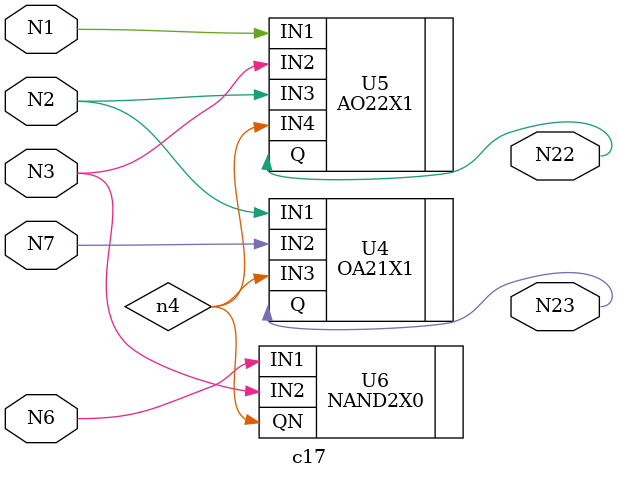
<source format=v>


module c17 ( N1, N2, N3, N6, N7, N22, N23 );
  input N1, N2, N3, N6, N7;
  output N22, N23;
  wire   n4;

  OA21X1 U4 ( .IN1(N2), .IN2(N7), .IN3(n4), .Q(N23) );
  AO22X1 U5 ( .IN1(N1), .IN2(N3), .IN3(N2), .IN4(n4), .Q(N22) );
  NAND2X0 U6 ( .IN1(N6), .IN2(N3), .QN(n4) );
endmodule


</source>
